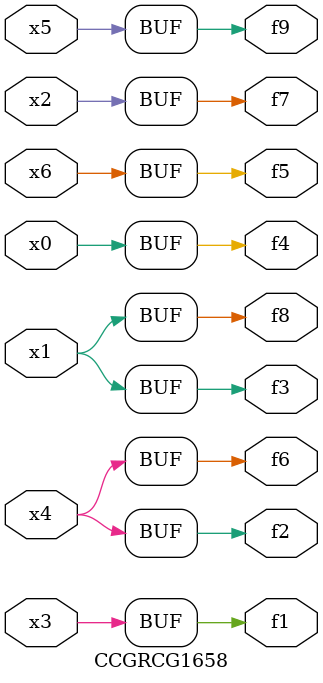
<source format=v>
module CCGRCG1658(
	input x0, x1, x2, x3, x4, x5, x6,
	output f1, f2, f3, f4, f5, f6, f7, f8, f9
);
	assign f1 = x3;
	assign f2 = x4;
	assign f3 = x1;
	assign f4 = x0;
	assign f5 = x6;
	assign f6 = x4;
	assign f7 = x2;
	assign f8 = x1;
	assign f9 = x5;
endmodule

</source>
